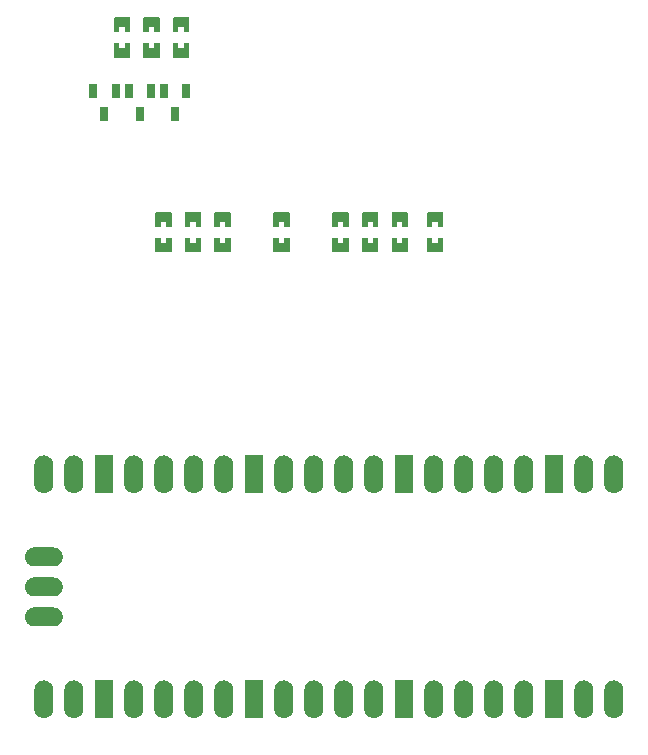
<source format=gbp>
G04 Layer: BottomPasteMaskLayer*
G04 EasyEDA v6.5.20, 2023-09-17 03:17:05*
G04 a67cddfb3fce44daa9051d46cbbcc19f,10*
G04 Gerber Generator version 0.2*
G04 Scale: 100 percent, Rotated: No, Reflected: No *
G04 Dimensions in millimeters *
G04 leading zeros omitted , absolute positions ,4 integer and 5 decimal *
%FSLAX45Y45*%
%MOMM*%

%AMMACRO1*21,1,$1,$2,0,0,$3*%
%AMMACRO2*4,1,4,-0.8,-1.5999,0.8,-1.5999,0.8,1.5999,-0.8,1.5999,-0.8,-1.5999,0*%
%AMMACRO3*4,1,4,-0.8001,-1.5999,0.8001,-1.5999,0.8001,1.5999,-0.8001,1.5999,-0.8001,-1.5999,0*%
%ADD10MACRO1,1.25X0.7X90.0000*%
%ADD11MACRO2*%
%ADD12MACRO3*%

%LPD*%
G36*
X5836005Y7319975D02*
G01*
X5830976Y7314996D01*
X5830976Y7199985D01*
X5836005Y7195007D01*
X5877001Y7194499D01*
X5877001Y7239508D01*
X5922010Y7239508D01*
X5922010Y7195464D01*
X5963970Y7195007D01*
X5969000Y7199985D01*
X5969000Y7314996D01*
X5963970Y7319975D01*
G37*
G36*
X5836005Y7104989D02*
G01*
X5830976Y7100011D01*
X5830976Y6985000D01*
X5836005Y6979970D01*
X5963970Y6979970D01*
X5969000Y6985000D01*
X5969000Y7100011D01*
X5963970Y7104989D01*
X5922010Y7104989D01*
X5922010Y7060488D01*
X5877001Y7060488D01*
X5877001Y7104481D01*
G37*
G36*
X5585968Y7319975D02*
G01*
X5580989Y7314996D01*
X5580989Y7199985D01*
X5585968Y7195007D01*
X5627014Y7194499D01*
X5627014Y7239508D01*
X5671972Y7239508D01*
X5671972Y7195464D01*
X5713984Y7195007D01*
X5719013Y7199985D01*
X5719013Y7314996D01*
X5713984Y7319975D01*
G37*
G36*
X5585968Y7104989D02*
G01*
X5580989Y7100011D01*
X5580989Y6985000D01*
X5585968Y6979970D01*
X5713984Y6979970D01*
X5719013Y6985000D01*
X5719013Y7100011D01*
X5713984Y7104989D01*
X5671972Y7104989D01*
X5671972Y7060488D01*
X5627014Y7060488D01*
X5627014Y7104481D01*
G37*
G36*
X6085992Y7319975D02*
G01*
X6080963Y7314996D01*
X6080963Y7199985D01*
X6085992Y7195007D01*
X6126988Y7194499D01*
X6126988Y7239508D01*
X6171996Y7239508D01*
X6171996Y7195464D01*
X6214008Y7195007D01*
X6218986Y7199985D01*
X6218986Y7314996D01*
X6214008Y7319975D01*
G37*
G36*
X6085992Y7104989D02*
G01*
X6080963Y7100011D01*
X6080963Y6985000D01*
X6085992Y6979970D01*
X6214008Y6979970D01*
X6218986Y6985000D01*
X6218986Y7100011D01*
X6214008Y7104989D01*
X6171996Y7104989D01*
X6171996Y7060488D01*
X6126988Y7060488D01*
X6126988Y7104481D01*
G37*
G36*
X6023000Y5455513D02*
G01*
X6023000Y5410504D01*
X5977991Y5410504D01*
X5977991Y5454497D01*
X5935980Y5455005D01*
X5931001Y5449976D01*
X5931001Y5334965D01*
X5935980Y5329986D01*
X6063996Y5329986D01*
X6068974Y5334965D01*
X6068974Y5449976D01*
X6063996Y5455005D01*
G37*
G36*
X5935980Y5669991D02*
G01*
X5931001Y5664962D01*
X5931001Y5550001D01*
X5935980Y5544972D01*
X5977991Y5544972D01*
X5977991Y5589473D01*
X6023000Y5589473D01*
X6023000Y5545480D01*
X6063996Y5544972D01*
X6068974Y5550001D01*
X6068974Y5664962D01*
X6063996Y5669991D01*
G37*
G36*
X6272936Y5455513D02*
G01*
X6272936Y5410504D01*
X6227927Y5410504D01*
X6227927Y5454497D01*
X6185916Y5455005D01*
X6180937Y5449976D01*
X6180937Y5334965D01*
X6185916Y5329986D01*
X6313932Y5329986D01*
X6318910Y5334965D01*
X6318910Y5449976D01*
X6313932Y5455005D01*
G37*
G36*
X6185916Y5669991D02*
G01*
X6180937Y5664962D01*
X6180937Y5550001D01*
X6185916Y5544972D01*
X6227927Y5544972D01*
X6227927Y5589473D01*
X6272936Y5589473D01*
X6272936Y5545480D01*
X6313932Y5544972D01*
X6318910Y5550001D01*
X6318910Y5664962D01*
X6313932Y5669991D01*
G37*
G36*
X6523126Y5455513D02*
G01*
X6523126Y5410504D01*
X6478117Y5410504D01*
X6478117Y5454497D01*
X6436106Y5455005D01*
X6431127Y5449976D01*
X6431127Y5334965D01*
X6436106Y5329986D01*
X6564122Y5329986D01*
X6569100Y5334965D01*
X6569100Y5449976D01*
X6564122Y5455005D01*
G37*
G36*
X6436106Y5669991D02*
G01*
X6431127Y5664962D01*
X6431127Y5550001D01*
X6436106Y5544972D01*
X6478117Y5544972D01*
X6478117Y5589473D01*
X6523126Y5589473D01*
X6523126Y5545480D01*
X6564122Y5544972D01*
X6569100Y5550001D01*
X6569100Y5664962D01*
X6564122Y5669991D01*
G37*
G36*
X7022998Y5455513D02*
G01*
X7022998Y5410504D01*
X6977989Y5410504D01*
X6977989Y5454497D01*
X6935978Y5455005D01*
X6930999Y5449976D01*
X6930999Y5334965D01*
X6935978Y5329986D01*
X7063994Y5329986D01*
X7068972Y5334965D01*
X7068972Y5449976D01*
X7063994Y5455005D01*
G37*
G36*
X6935978Y5669991D02*
G01*
X6930999Y5664962D01*
X6930999Y5550001D01*
X6935978Y5544972D01*
X6977989Y5544972D01*
X6977989Y5589473D01*
X7022998Y5589473D01*
X7022998Y5545480D01*
X7063994Y5544972D01*
X7068972Y5550001D01*
X7068972Y5664962D01*
X7063994Y5669991D01*
G37*
G36*
X7523124Y5455513D02*
G01*
X7523124Y5410504D01*
X7478115Y5410504D01*
X7478115Y5454497D01*
X7436103Y5455005D01*
X7431125Y5449976D01*
X7431125Y5334965D01*
X7436103Y5329986D01*
X7564120Y5329986D01*
X7569098Y5334965D01*
X7569098Y5449976D01*
X7564120Y5455005D01*
G37*
G36*
X7436103Y5669991D02*
G01*
X7431125Y5664962D01*
X7431125Y5550001D01*
X7436103Y5544972D01*
X7478115Y5544972D01*
X7478115Y5589473D01*
X7523124Y5589473D01*
X7523124Y5545480D01*
X7564120Y5544972D01*
X7569098Y5550001D01*
X7569098Y5664962D01*
X7564120Y5669991D01*
G37*
G36*
X7773060Y5455513D02*
G01*
X7773060Y5410504D01*
X7728051Y5410504D01*
X7728051Y5454497D01*
X7686040Y5455005D01*
X7681061Y5449976D01*
X7681061Y5334965D01*
X7686040Y5329986D01*
X7814056Y5329986D01*
X7819034Y5334965D01*
X7819034Y5449976D01*
X7814056Y5455005D01*
G37*
G36*
X7686040Y5669991D02*
G01*
X7681061Y5664962D01*
X7681061Y5550001D01*
X7686040Y5544972D01*
X7728051Y5544972D01*
X7728051Y5589473D01*
X7773060Y5589473D01*
X7773060Y5545480D01*
X7814056Y5544972D01*
X7819034Y5550001D01*
X7819034Y5664962D01*
X7814056Y5669991D01*
G37*
G36*
X8022996Y5455513D02*
G01*
X8022996Y5410504D01*
X7977987Y5410504D01*
X7977987Y5454497D01*
X7935975Y5455005D01*
X7930997Y5449976D01*
X7930997Y5334965D01*
X7935975Y5329986D01*
X8063992Y5329986D01*
X8068970Y5334965D01*
X8068970Y5449976D01*
X8063992Y5455005D01*
G37*
G36*
X7935975Y5669991D02*
G01*
X7930997Y5664962D01*
X7930997Y5550001D01*
X7935975Y5544972D01*
X7977987Y5544972D01*
X7977987Y5589473D01*
X8022996Y5589473D01*
X8022996Y5545480D01*
X8063992Y5544972D01*
X8068970Y5550001D01*
X8068970Y5664962D01*
X8063992Y5669991D01*
G37*
G36*
X8322970Y5455513D02*
G01*
X8322970Y5410504D01*
X8277961Y5410504D01*
X8277961Y5454497D01*
X8235950Y5455005D01*
X8230971Y5449976D01*
X8230971Y5334965D01*
X8235950Y5329986D01*
X8363966Y5329986D01*
X8368944Y5334965D01*
X8368944Y5449976D01*
X8363966Y5455005D01*
G37*
G36*
X8235950Y5669991D02*
G01*
X8230971Y5664962D01*
X8230971Y5550001D01*
X8235950Y5544972D01*
X8277961Y5544972D01*
X8277961Y5589473D01*
X8322970Y5589473D01*
X8322970Y5545480D01*
X8363966Y5544972D01*
X8368944Y5550001D01*
X8368944Y5664962D01*
X8363966Y5669991D01*
G37*
D10*
G01*
X6004991Y6699986D03*
G01*
X6194982Y6699986D03*
G01*
X6099986Y6499987D03*
G01*
X5704992Y6699986D03*
G01*
X5894983Y6699986D03*
G01*
X5799987Y6499987D03*
G01*
X5404993Y6699986D03*
G01*
X5594983Y6699986D03*
G01*
X5499987Y6499987D03*
G36*
X9732975Y3372485D02*
G01*
X9733559Y3362858D01*
X9735311Y3353358D01*
X9738182Y3344113D01*
X9742144Y3335324D01*
X9747148Y3327044D01*
X9753091Y3319449D01*
X9759924Y3312617D01*
X9767544Y3306648D01*
X9775799Y3301644D01*
X9784613Y3297681D01*
X9793833Y3294811D01*
X9803333Y3293084D01*
X9812985Y3292500D01*
X9822611Y3293084D01*
X9832136Y3294811D01*
X9841356Y3297681D01*
X9850170Y3301644D01*
X9858425Y3306648D01*
X9866020Y3312617D01*
X9872852Y3319449D01*
X9878822Y3327044D01*
X9883825Y3335324D01*
X9887788Y3344113D01*
X9890658Y3353358D01*
X9892385Y3362858D01*
X9892969Y3372485D01*
X9892969Y3532504D01*
X9892385Y3542131D01*
X9890658Y3551631D01*
X9887788Y3560851D01*
X9883825Y3569665D01*
X9878822Y3577945D01*
X9872852Y3585540D01*
X9866020Y3592372D01*
X9858425Y3598341D01*
X9850170Y3603320D01*
X9841356Y3607282D01*
X9832136Y3610178D01*
X9822611Y3611905D01*
X9812985Y3612489D01*
X9803333Y3611905D01*
X9793833Y3610178D01*
X9784613Y3607282D01*
X9775799Y3603320D01*
X9767544Y3598341D01*
X9759924Y3592372D01*
X9753091Y3585540D01*
X9747148Y3577945D01*
X9742144Y3569665D01*
X9738182Y3560851D01*
X9735311Y3551631D01*
X9733559Y3542131D01*
X9732975Y3532504D01*
G37*
G36*
X9478975Y3372485D02*
G01*
X9479559Y3362858D01*
X9481311Y3353358D01*
X9484182Y3344113D01*
X9488144Y3335324D01*
X9493148Y3327044D01*
X9499091Y3319449D01*
X9505924Y3312617D01*
X9513544Y3306648D01*
X9521799Y3301644D01*
X9530613Y3297681D01*
X9539833Y3294811D01*
X9549333Y3293084D01*
X9558985Y3292500D01*
X9568611Y3293084D01*
X9578136Y3294811D01*
X9587356Y3297681D01*
X9596170Y3301644D01*
X9604425Y3306648D01*
X9612020Y3312617D01*
X9618852Y3319449D01*
X9624822Y3327044D01*
X9629825Y3335324D01*
X9633788Y3344113D01*
X9636658Y3353358D01*
X9638385Y3362858D01*
X9638969Y3372485D01*
X9638969Y3532504D01*
X9638385Y3542131D01*
X9636658Y3551631D01*
X9633788Y3560851D01*
X9629825Y3569665D01*
X9624822Y3577945D01*
X9618852Y3585540D01*
X9612020Y3592372D01*
X9604425Y3598341D01*
X9596170Y3603320D01*
X9587356Y3607282D01*
X9578136Y3610178D01*
X9568611Y3611905D01*
X9558985Y3612489D01*
X9549333Y3611905D01*
X9539833Y3610178D01*
X9530613Y3607282D01*
X9521799Y3603320D01*
X9513544Y3598341D01*
X9505924Y3592372D01*
X9499091Y3585540D01*
X9493148Y3577945D01*
X9488144Y3569665D01*
X9484182Y3560851D01*
X9481311Y3551631D01*
X9479559Y3542131D01*
X9478975Y3532504D01*
G37*
D11*
G01*
X9304972Y3452495D03*
G36*
X8970975Y3372485D02*
G01*
X8971559Y3362858D01*
X8973311Y3353358D01*
X8976182Y3344113D01*
X8980144Y3335324D01*
X8985148Y3327044D01*
X8991091Y3319449D01*
X8997924Y3312617D01*
X9005544Y3306648D01*
X9013799Y3301644D01*
X9022613Y3297681D01*
X9031833Y3294811D01*
X9041333Y3293084D01*
X9050985Y3292500D01*
X9060637Y3293084D01*
X9070136Y3294811D01*
X9079356Y3297681D01*
X9088170Y3301644D01*
X9096425Y3306648D01*
X9104020Y3312617D01*
X9110852Y3319449D01*
X9116822Y3327044D01*
X9121825Y3335324D01*
X9125788Y3344113D01*
X9128658Y3353358D01*
X9130411Y3362858D01*
X9130969Y3372485D01*
X9130969Y3532504D01*
X9130411Y3542131D01*
X9128658Y3551631D01*
X9125788Y3560851D01*
X9121825Y3569665D01*
X9116822Y3577945D01*
X9110852Y3585540D01*
X9104020Y3592372D01*
X9096425Y3598341D01*
X9088170Y3603320D01*
X9079356Y3607282D01*
X9070136Y3610178D01*
X9060637Y3611905D01*
X9050985Y3612489D01*
X9041333Y3611905D01*
X9031833Y3610178D01*
X9022613Y3607282D01*
X9013799Y3603320D01*
X9005544Y3598341D01*
X8997924Y3592372D01*
X8991091Y3585540D01*
X8985148Y3577945D01*
X8980144Y3569665D01*
X8976182Y3560851D01*
X8973311Y3551631D01*
X8971559Y3542131D01*
X8970975Y3532504D01*
G37*
G36*
X8716975Y3372485D02*
G01*
X8717559Y3362858D01*
X8719311Y3353358D01*
X8722182Y3344113D01*
X8726144Y3335324D01*
X8731148Y3327044D01*
X8737091Y3319449D01*
X8743924Y3312617D01*
X8751544Y3306648D01*
X8759799Y3301644D01*
X8768613Y3297681D01*
X8777833Y3294811D01*
X8787333Y3293084D01*
X8796985Y3292500D01*
X8806637Y3293084D01*
X8816136Y3294811D01*
X8825356Y3297681D01*
X8834170Y3301644D01*
X8842425Y3306648D01*
X8850020Y3312617D01*
X8856852Y3319449D01*
X8862822Y3327044D01*
X8867825Y3335324D01*
X8871788Y3344113D01*
X8874658Y3353358D01*
X8876411Y3362858D01*
X8876969Y3372485D01*
X8876969Y3532504D01*
X8876411Y3542131D01*
X8874658Y3551631D01*
X8871788Y3560851D01*
X8867825Y3569665D01*
X8862822Y3577945D01*
X8856852Y3585540D01*
X8850020Y3592372D01*
X8842425Y3598341D01*
X8834170Y3603320D01*
X8825356Y3607282D01*
X8816136Y3610178D01*
X8806637Y3611905D01*
X8796985Y3612489D01*
X8787333Y3611905D01*
X8777833Y3610178D01*
X8768613Y3607282D01*
X8759799Y3603320D01*
X8751544Y3598341D01*
X8743924Y3592372D01*
X8737091Y3585540D01*
X8731148Y3577945D01*
X8726144Y3569665D01*
X8722182Y3560851D01*
X8719311Y3551631D01*
X8717559Y3542131D01*
X8716975Y3532504D01*
G37*
G36*
X8462975Y3372485D02*
G01*
X8463559Y3362858D01*
X8465311Y3353358D01*
X8468182Y3344113D01*
X8472144Y3335324D01*
X8477148Y3327044D01*
X8483091Y3319449D01*
X8489924Y3312617D01*
X8497544Y3306648D01*
X8505799Y3301644D01*
X8514613Y3297681D01*
X8523833Y3294811D01*
X8533333Y3293084D01*
X8542985Y3292500D01*
X8552637Y3293084D01*
X8562136Y3294811D01*
X8571356Y3297681D01*
X8580170Y3301644D01*
X8588425Y3306648D01*
X8596020Y3312617D01*
X8602852Y3319449D01*
X8608822Y3327044D01*
X8613825Y3335324D01*
X8617788Y3344113D01*
X8620658Y3353358D01*
X8622411Y3362858D01*
X8622995Y3372485D01*
X8622995Y3532504D01*
X8622411Y3542131D01*
X8620658Y3551631D01*
X8617788Y3560851D01*
X8613825Y3569665D01*
X8608822Y3577945D01*
X8602852Y3585540D01*
X8596020Y3592372D01*
X8588425Y3598341D01*
X8580170Y3603320D01*
X8571356Y3607282D01*
X8562136Y3610178D01*
X8552637Y3611905D01*
X8542985Y3612489D01*
X8533333Y3611905D01*
X8523833Y3610178D01*
X8514613Y3607282D01*
X8505799Y3603320D01*
X8497544Y3598341D01*
X8489924Y3592372D01*
X8483091Y3585540D01*
X8477148Y3577945D01*
X8472144Y3569665D01*
X8468182Y3560851D01*
X8465311Y3551631D01*
X8463559Y3542131D01*
X8462975Y3532504D01*
G37*
G36*
X8208975Y3372485D02*
G01*
X8209559Y3362858D01*
X8211311Y3353358D01*
X8214182Y3344113D01*
X8218144Y3335324D01*
X8223148Y3327044D01*
X8229091Y3319449D01*
X8235924Y3312617D01*
X8243544Y3306648D01*
X8251799Y3301644D01*
X8260613Y3297681D01*
X8269833Y3294811D01*
X8279333Y3293084D01*
X8288985Y3292500D01*
X8298637Y3293084D01*
X8308136Y3294811D01*
X8317356Y3297681D01*
X8326170Y3301644D01*
X8334425Y3306648D01*
X8342045Y3312617D01*
X8348852Y3319449D01*
X8354822Y3327044D01*
X8359825Y3335324D01*
X8363788Y3344113D01*
X8366658Y3353358D01*
X8368411Y3362858D01*
X8368995Y3372485D01*
X8368995Y3532504D01*
X8368411Y3542131D01*
X8366658Y3551631D01*
X8363788Y3560851D01*
X8359825Y3569665D01*
X8354822Y3577945D01*
X8348852Y3585540D01*
X8342045Y3592372D01*
X8334425Y3598341D01*
X8326170Y3603320D01*
X8317356Y3607282D01*
X8308136Y3610178D01*
X8298637Y3611905D01*
X8288985Y3612489D01*
X8279333Y3611905D01*
X8269833Y3610178D01*
X8260613Y3607282D01*
X8251799Y3603320D01*
X8243544Y3598341D01*
X8235924Y3592372D01*
X8229091Y3585540D01*
X8223148Y3577945D01*
X8218144Y3569665D01*
X8214182Y3560851D01*
X8211311Y3551631D01*
X8209559Y3542131D01*
X8208975Y3532504D01*
G37*
D12*
G01*
X8034985Y3452495D03*
G36*
X7700975Y3372485D02*
G01*
X7701559Y3362858D01*
X7703311Y3353358D01*
X7706182Y3344113D01*
X7710144Y3335324D01*
X7715148Y3327044D01*
X7721091Y3319449D01*
X7727924Y3312617D01*
X7735544Y3306648D01*
X7743799Y3301644D01*
X7752613Y3297681D01*
X7761833Y3294811D01*
X7771333Y3293084D01*
X7780985Y3292500D01*
X7790637Y3293084D01*
X7800136Y3294811D01*
X7809356Y3297681D01*
X7818170Y3301644D01*
X7826425Y3306648D01*
X7834045Y3312617D01*
X7840852Y3319449D01*
X7846822Y3327044D01*
X7851825Y3335324D01*
X7855788Y3344113D01*
X7858658Y3353358D01*
X7860411Y3362858D01*
X7860995Y3372485D01*
X7860995Y3532504D01*
X7860411Y3542131D01*
X7858658Y3551631D01*
X7855788Y3560851D01*
X7851825Y3569665D01*
X7846822Y3577945D01*
X7840852Y3585540D01*
X7834045Y3592372D01*
X7826425Y3598341D01*
X7818170Y3603320D01*
X7809356Y3607282D01*
X7800136Y3610178D01*
X7790637Y3611905D01*
X7780985Y3612489D01*
X7771333Y3611905D01*
X7761833Y3610178D01*
X7752613Y3607282D01*
X7743799Y3603320D01*
X7735544Y3598341D01*
X7727924Y3592372D01*
X7721091Y3585540D01*
X7715148Y3577945D01*
X7710144Y3569665D01*
X7706182Y3560851D01*
X7703311Y3551631D01*
X7701559Y3542131D01*
X7700975Y3532504D01*
G37*
G36*
X7446975Y3372485D02*
G01*
X7447559Y3362858D01*
X7449311Y3353358D01*
X7452182Y3344113D01*
X7456144Y3335324D01*
X7461148Y3327044D01*
X7467091Y3319449D01*
X7473924Y3312617D01*
X7481544Y3306648D01*
X7489799Y3301644D01*
X7498613Y3297681D01*
X7507833Y3294811D01*
X7517333Y3293084D01*
X7526985Y3292500D01*
X7536637Y3293084D01*
X7546136Y3294811D01*
X7555356Y3297681D01*
X7564170Y3301644D01*
X7572425Y3306648D01*
X7580045Y3312617D01*
X7586852Y3319449D01*
X7592822Y3327044D01*
X7597825Y3335324D01*
X7601788Y3344113D01*
X7604658Y3353358D01*
X7606411Y3362858D01*
X7606995Y3372485D01*
X7606995Y3532504D01*
X7606411Y3542131D01*
X7604658Y3551631D01*
X7601788Y3560851D01*
X7597825Y3569665D01*
X7592822Y3577945D01*
X7586852Y3585540D01*
X7580045Y3592372D01*
X7572425Y3598341D01*
X7564170Y3603320D01*
X7555356Y3607282D01*
X7546136Y3610178D01*
X7536637Y3611905D01*
X7526985Y3612489D01*
X7517333Y3611905D01*
X7507833Y3610178D01*
X7498613Y3607282D01*
X7489799Y3603320D01*
X7481544Y3598341D01*
X7473924Y3592372D01*
X7467091Y3585540D01*
X7461148Y3577945D01*
X7456144Y3569665D01*
X7452182Y3560851D01*
X7449311Y3551631D01*
X7447559Y3542131D01*
X7446975Y3532504D01*
G37*
G36*
X7192975Y3372485D02*
G01*
X7193559Y3362858D01*
X7195311Y3353358D01*
X7198182Y3344113D01*
X7202144Y3335324D01*
X7207148Y3327044D01*
X7213117Y3319449D01*
X7219924Y3312617D01*
X7227544Y3306648D01*
X7235799Y3301644D01*
X7244613Y3297681D01*
X7253833Y3294811D01*
X7263333Y3293084D01*
X7272985Y3292500D01*
X7282637Y3293084D01*
X7292136Y3294811D01*
X7301356Y3297681D01*
X7310170Y3301644D01*
X7318425Y3306648D01*
X7326045Y3312617D01*
X7332878Y3319449D01*
X7338822Y3327044D01*
X7343825Y3335324D01*
X7347788Y3344113D01*
X7350658Y3353358D01*
X7352411Y3362858D01*
X7352995Y3372485D01*
X7352995Y3532504D01*
X7352411Y3542131D01*
X7350658Y3551631D01*
X7347788Y3560851D01*
X7343825Y3569665D01*
X7338822Y3577945D01*
X7332878Y3585540D01*
X7326045Y3592372D01*
X7318425Y3598341D01*
X7310170Y3603320D01*
X7301356Y3607282D01*
X7292136Y3610178D01*
X7282637Y3611905D01*
X7272985Y3612489D01*
X7263333Y3611905D01*
X7253833Y3610178D01*
X7244613Y3607282D01*
X7235799Y3603320D01*
X7227544Y3598341D01*
X7219924Y3592372D01*
X7213117Y3585540D01*
X7207148Y3577945D01*
X7202144Y3569665D01*
X7198182Y3560851D01*
X7195311Y3551631D01*
X7193559Y3542131D01*
X7192975Y3532504D01*
G37*
G36*
X6938975Y3372485D02*
G01*
X6939559Y3362858D01*
X6941311Y3353358D01*
X6944182Y3344113D01*
X6948144Y3335324D01*
X6953148Y3327044D01*
X6959117Y3319449D01*
X6965924Y3312617D01*
X6973544Y3306648D01*
X6981799Y3301644D01*
X6990613Y3297681D01*
X6999833Y3294811D01*
X7009333Y3293084D01*
X7018985Y3292500D01*
X7028637Y3293084D01*
X7038136Y3294811D01*
X7047356Y3297681D01*
X7056170Y3301644D01*
X7064425Y3306648D01*
X7072045Y3312617D01*
X7078878Y3319449D01*
X7084822Y3327044D01*
X7089825Y3335324D01*
X7093788Y3344113D01*
X7096658Y3353358D01*
X7098411Y3362858D01*
X7098995Y3372485D01*
X7098995Y3532504D01*
X7098411Y3542131D01*
X7096658Y3551631D01*
X7093788Y3560851D01*
X7089825Y3569665D01*
X7084822Y3577945D01*
X7078878Y3585540D01*
X7072045Y3592372D01*
X7064425Y3598341D01*
X7056170Y3603320D01*
X7047356Y3607282D01*
X7038136Y3610178D01*
X7028637Y3611905D01*
X7018985Y3612489D01*
X7009333Y3611905D01*
X6999833Y3610178D01*
X6990613Y3607282D01*
X6981799Y3603320D01*
X6973544Y3598341D01*
X6965924Y3592372D01*
X6959117Y3585540D01*
X6953148Y3577945D01*
X6948144Y3569665D01*
X6944182Y3560851D01*
X6941311Y3551631D01*
X6939559Y3542131D01*
X6938975Y3532504D01*
G37*
G01*
X6764985Y3452495D03*
G36*
X6430975Y3372485D02*
G01*
X6431559Y3362858D01*
X6433311Y3353358D01*
X6436182Y3344113D01*
X6440144Y3335324D01*
X6445148Y3327044D01*
X6451117Y3319449D01*
X6457924Y3312617D01*
X6465544Y3306648D01*
X6473799Y3301644D01*
X6482613Y3297681D01*
X6491833Y3294811D01*
X6501333Y3293084D01*
X6510985Y3292500D01*
X6520637Y3293084D01*
X6530136Y3294811D01*
X6539356Y3297681D01*
X6548170Y3301644D01*
X6556425Y3306648D01*
X6564045Y3312617D01*
X6570878Y3319449D01*
X6576822Y3327044D01*
X6581825Y3335324D01*
X6585788Y3344113D01*
X6588658Y3353358D01*
X6590411Y3362858D01*
X6590995Y3372485D01*
X6590995Y3532504D01*
X6590411Y3542131D01*
X6588658Y3551631D01*
X6585788Y3560851D01*
X6581825Y3569665D01*
X6576822Y3577945D01*
X6570878Y3585540D01*
X6564045Y3592372D01*
X6556425Y3598341D01*
X6548170Y3603320D01*
X6539356Y3607282D01*
X6530136Y3610178D01*
X6520637Y3611905D01*
X6510985Y3612489D01*
X6501333Y3611905D01*
X6491833Y3610178D01*
X6482613Y3607282D01*
X6473799Y3603320D01*
X6465544Y3598341D01*
X6457924Y3592372D01*
X6451117Y3585540D01*
X6445148Y3577945D01*
X6440144Y3569665D01*
X6436182Y3560851D01*
X6433311Y3551631D01*
X6431559Y3542131D01*
X6430975Y3532504D01*
G37*
G36*
X6176975Y3372485D02*
G01*
X6177559Y3362858D01*
X6179311Y3353358D01*
X6182182Y3344113D01*
X6186144Y3335324D01*
X6191148Y3327044D01*
X6197117Y3319449D01*
X6203950Y3312617D01*
X6211544Y3306648D01*
X6219799Y3301644D01*
X6228613Y3297681D01*
X6237833Y3294811D01*
X6247333Y3293084D01*
X6256985Y3292500D01*
X6266637Y3293084D01*
X6276136Y3294811D01*
X6285356Y3297681D01*
X6294170Y3301644D01*
X6302425Y3306648D01*
X6310045Y3312617D01*
X6316878Y3319449D01*
X6322822Y3327044D01*
X6327825Y3335324D01*
X6331788Y3344113D01*
X6334658Y3353358D01*
X6336411Y3362858D01*
X6336995Y3372485D01*
X6336995Y3532504D01*
X6336411Y3542131D01*
X6334658Y3551631D01*
X6331788Y3560851D01*
X6327825Y3569665D01*
X6322822Y3577945D01*
X6316878Y3585540D01*
X6310045Y3592372D01*
X6302425Y3598341D01*
X6294170Y3603320D01*
X6285356Y3607282D01*
X6276136Y3610178D01*
X6266637Y3611905D01*
X6256985Y3612489D01*
X6247333Y3611905D01*
X6237833Y3610178D01*
X6228613Y3607282D01*
X6219799Y3603320D01*
X6211544Y3598341D01*
X6203950Y3592372D01*
X6197117Y3585540D01*
X6191148Y3577945D01*
X6186144Y3569665D01*
X6182182Y3560851D01*
X6179311Y3551631D01*
X6177559Y3542131D01*
X6176975Y3532504D01*
G37*
G36*
X5923000Y3372485D02*
G01*
X5923559Y3362858D01*
X5925311Y3353358D01*
X5928182Y3344113D01*
X5932144Y3335324D01*
X5937148Y3327044D01*
X5943117Y3319449D01*
X5949950Y3312617D01*
X5957544Y3306648D01*
X5965799Y3301644D01*
X5974613Y3297681D01*
X5983833Y3294811D01*
X5993333Y3293084D01*
X6002985Y3292500D01*
X6012637Y3293084D01*
X6022136Y3294811D01*
X6031356Y3297681D01*
X6040170Y3301644D01*
X6048425Y3306648D01*
X6056045Y3312617D01*
X6062878Y3319449D01*
X6068822Y3327044D01*
X6073825Y3335324D01*
X6077788Y3344113D01*
X6080658Y3353358D01*
X6082411Y3362858D01*
X6082995Y3372485D01*
X6082995Y3532504D01*
X6082411Y3542131D01*
X6080658Y3551631D01*
X6077788Y3560851D01*
X6073825Y3569665D01*
X6068822Y3577945D01*
X6062878Y3585540D01*
X6056045Y3592372D01*
X6048425Y3598341D01*
X6040170Y3603320D01*
X6031356Y3607282D01*
X6022136Y3610178D01*
X6012637Y3611905D01*
X6002985Y3612489D01*
X5993333Y3611905D01*
X5983833Y3610178D01*
X5974613Y3607282D01*
X5965799Y3603320D01*
X5957544Y3598341D01*
X5949950Y3592372D01*
X5943117Y3585540D01*
X5937148Y3577945D01*
X5932144Y3569665D01*
X5928182Y3560851D01*
X5925311Y3551631D01*
X5923559Y3542131D01*
X5923000Y3532504D01*
G37*
G36*
X5669000Y3372485D02*
G01*
X5669559Y3362858D01*
X5671311Y3353358D01*
X5674182Y3344113D01*
X5678144Y3335324D01*
X5683148Y3327044D01*
X5689117Y3319449D01*
X5695950Y3312617D01*
X5703544Y3306648D01*
X5711799Y3301644D01*
X5720613Y3297681D01*
X5729833Y3294811D01*
X5739333Y3293084D01*
X5748985Y3292500D01*
X5758637Y3293084D01*
X5768136Y3294811D01*
X5777356Y3297681D01*
X5786170Y3301644D01*
X5794425Y3306648D01*
X5802045Y3312617D01*
X5808878Y3319449D01*
X5814822Y3327044D01*
X5819825Y3335324D01*
X5823788Y3344113D01*
X5826658Y3353358D01*
X5828411Y3362858D01*
X5828995Y3372485D01*
X5828995Y3532504D01*
X5828411Y3542131D01*
X5826658Y3551631D01*
X5823788Y3560851D01*
X5819825Y3569665D01*
X5814822Y3577945D01*
X5808878Y3585540D01*
X5802045Y3592372D01*
X5794425Y3598341D01*
X5786170Y3603320D01*
X5777356Y3607282D01*
X5768136Y3610178D01*
X5758637Y3611905D01*
X5748985Y3612489D01*
X5739333Y3611905D01*
X5729833Y3610178D01*
X5720613Y3607282D01*
X5711799Y3603320D01*
X5703544Y3598341D01*
X5695950Y3592372D01*
X5689117Y3585540D01*
X5683148Y3577945D01*
X5678144Y3569665D01*
X5674182Y3560851D01*
X5671311Y3551631D01*
X5669559Y3542131D01*
X5669000Y3532504D01*
G37*
D11*
G01*
X5494997Y3452495D03*
G36*
X5161000Y3372485D02*
G01*
X5161584Y3362858D01*
X5163311Y3353358D01*
X5166182Y3344113D01*
X5170144Y3335324D01*
X5175148Y3327044D01*
X5181117Y3319449D01*
X5187950Y3312617D01*
X5195544Y3306648D01*
X5203799Y3301644D01*
X5212613Y3297681D01*
X5221833Y3294811D01*
X5231358Y3293084D01*
X5240985Y3292500D01*
X5250637Y3293084D01*
X5260136Y3294811D01*
X5269356Y3297681D01*
X5278170Y3301644D01*
X5286425Y3306648D01*
X5294045Y3312617D01*
X5300878Y3319449D01*
X5306822Y3327044D01*
X5311825Y3335324D01*
X5315788Y3344113D01*
X5318658Y3353358D01*
X5320411Y3362858D01*
X5320995Y3372485D01*
X5320995Y3532504D01*
X5320411Y3542131D01*
X5318658Y3551631D01*
X5315788Y3560851D01*
X5311825Y3569665D01*
X5306822Y3577945D01*
X5300878Y3585540D01*
X5294045Y3592372D01*
X5286425Y3598341D01*
X5278170Y3603320D01*
X5269356Y3607282D01*
X5260136Y3610178D01*
X5250637Y3611905D01*
X5240985Y3612489D01*
X5231358Y3611905D01*
X5221833Y3610178D01*
X5212613Y3607282D01*
X5203799Y3603320D01*
X5195544Y3598341D01*
X5187950Y3592372D01*
X5181117Y3585540D01*
X5175148Y3577945D01*
X5170144Y3569665D01*
X5166182Y3560851D01*
X5163311Y3551631D01*
X5161584Y3542131D01*
X5161000Y3532504D01*
G37*
G36*
X4907000Y3372485D02*
G01*
X4907584Y3362858D01*
X4909311Y3353358D01*
X4912182Y3344113D01*
X4916144Y3335324D01*
X4921148Y3327044D01*
X4927117Y3319449D01*
X4933950Y3312617D01*
X4941544Y3306648D01*
X4949799Y3301644D01*
X4958613Y3297681D01*
X4967833Y3294811D01*
X4977358Y3293084D01*
X4986985Y3292500D01*
X4996637Y3293084D01*
X5006136Y3294811D01*
X5015356Y3297681D01*
X5024170Y3301644D01*
X5032425Y3306648D01*
X5040045Y3312617D01*
X5046878Y3319449D01*
X5052822Y3327044D01*
X5057825Y3335324D01*
X5061788Y3344113D01*
X5064658Y3353358D01*
X5066411Y3362858D01*
X5066995Y3372485D01*
X5066995Y3532504D01*
X5066411Y3542131D01*
X5064658Y3551631D01*
X5061788Y3560851D01*
X5057825Y3569665D01*
X5052822Y3577945D01*
X5046878Y3585540D01*
X5040045Y3592372D01*
X5032425Y3598341D01*
X5024170Y3603320D01*
X5015356Y3607282D01*
X5006136Y3610178D01*
X4996637Y3611905D01*
X4986985Y3612489D01*
X4977358Y3611905D01*
X4967833Y3610178D01*
X4958613Y3607282D01*
X4949799Y3603320D01*
X4941544Y3598341D01*
X4933950Y3592372D01*
X4927117Y3585540D01*
X4921148Y3577945D01*
X4916144Y3569665D01*
X4912182Y3560851D01*
X4909311Y3551631D01*
X4907584Y3542131D01*
X4907000Y3532504D01*
G37*
G36*
X4907000Y1467485D02*
G01*
X4907584Y1457858D01*
X4909311Y1448358D01*
X4912182Y1439138D01*
X4916144Y1430324D01*
X4921148Y1422044D01*
X4927117Y1414449D01*
X4933950Y1407617D01*
X4941544Y1401648D01*
X4949799Y1396669D01*
X4958613Y1392707D01*
X4967833Y1389811D01*
X4977358Y1388084D01*
X4986985Y1387500D01*
X4996637Y1388084D01*
X5006136Y1389811D01*
X5015356Y1392707D01*
X5024170Y1396669D01*
X5032425Y1401648D01*
X5040045Y1407617D01*
X5046878Y1414449D01*
X5052822Y1422044D01*
X5057825Y1430324D01*
X5061788Y1439138D01*
X5064658Y1448358D01*
X5066411Y1457858D01*
X5066995Y1467485D01*
X5066995Y1627504D01*
X5066411Y1637131D01*
X5064658Y1646631D01*
X5061788Y1655876D01*
X5057825Y1664665D01*
X5052822Y1672945D01*
X5046878Y1680540D01*
X5040045Y1687372D01*
X5032425Y1693341D01*
X5024170Y1698345D01*
X5015356Y1702307D01*
X5006136Y1705178D01*
X4996637Y1706905D01*
X4986985Y1707489D01*
X4977358Y1706905D01*
X4967833Y1705178D01*
X4958613Y1702307D01*
X4949799Y1698345D01*
X4941544Y1693341D01*
X4933950Y1687372D01*
X4927117Y1680540D01*
X4921148Y1672945D01*
X4916144Y1664665D01*
X4912182Y1655876D01*
X4909311Y1646631D01*
X4907584Y1637131D01*
X4907000Y1627504D01*
G37*
G36*
X5161000Y1467485D02*
G01*
X5161584Y1457858D01*
X5163311Y1448358D01*
X5166182Y1439138D01*
X5170144Y1430324D01*
X5175148Y1422044D01*
X5181117Y1414449D01*
X5187950Y1407617D01*
X5195544Y1401648D01*
X5203799Y1396669D01*
X5212613Y1392707D01*
X5221833Y1389811D01*
X5231358Y1388084D01*
X5240985Y1387500D01*
X5250637Y1388084D01*
X5260136Y1389811D01*
X5269356Y1392707D01*
X5278170Y1396669D01*
X5286425Y1401648D01*
X5294045Y1407617D01*
X5300878Y1414449D01*
X5306822Y1422044D01*
X5311825Y1430324D01*
X5315788Y1439138D01*
X5318658Y1448358D01*
X5320411Y1457858D01*
X5320995Y1467485D01*
X5320995Y1627504D01*
X5320411Y1637131D01*
X5318658Y1646631D01*
X5315788Y1655876D01*
X5311825Y1664665D01*
X5306822Y1672945D01*
X5300878Y1680540D01*
X5294045Y1687372D01*
X5286425Y1693341D01*
X5278170Y1698345D01*
X5269356Y1702307D01*
X5260136Y1705178D01*
X5250637Y1706905D01*
X5240985Y1707489D01*
X5231358Y1706905D01*
X5221833Y1705178D01*
X5212613Y1702307D01*
X5203799Y1698345D01*
X5195544Y1693341D01*
X5187950Y1687372D01*
X5181117Y1680540D01*
X5175148Y1672945D01*
X5170144Y1664665D01*
X5166182Y1655876D01*
X5163311Y1646631D01*
X5161584Y1637131D01*
X5161000Y1627504D01*
G37*
G01*
X5494997Y1547495D03*
G36*
X5669000Y1467485D02*
G01*
X5669559Y1457858D01*
X5671311Y1448358D01*
X5674182Y1439138D01*
X5678144Y1430324D01*
X5683148Y1422044D01*
X5689117Y1414449D01*
X5695950Y1407617D01*
X5703544Y1401648D01*
X5711799Y1396669D01*
X5720613Y1392707D01*
X5729833Y1389811D01*
X5739333Y1388084D01*
X5748985Y1387500D01*
X5758637Y1388084D01*
X5768136Y1389811D01*
X5777356Y1392707D01*
X5786170Y1396669D01*
X5794425Y1401648D01*
X5802045Y1407617D01*
X5808878Y1414449D01*
X5814822Y1422044D01*
X5819825Y1430324D01*
X5823788Y1439138D01*
X5826658Y1448358D01*
X5828411Y1457858D01*
X5828995Y1467485D01*
X5828995Y1627504D01*
X5828411Y1637131D01*
X5826658Y1646631D01*
X5823788Y1655876D01*
X5819825Y1664665D01*
X5814822Y1672945D01*
X5808878Y1680540D01*
X5802045Y1687372D01*
X5794425Y1693341D01*
X5786170Y1698345D01*
X5777356Y1702307D01*
X5768136Y1705178D01*
X5758637Y1706905D01*
X5748985Y1707489D01*
X5739333Y1706905D01*
X5729833Y1705178D01*
X5720613Y1702307D01*
X5711799Y1698345D01*
X5703544Y1693341D01*
X5695950Y1687372D01*
X5689117Y1680540D01*
X5683148Y1672945D01*
X5678144Y1664665D01*
X5674182Y1655876D01*
X5671311Y1646631D01*
X5669559Y1637131D01*
X5669000Y1627504D01*
G37*
G36*
X5923000Y1467485D02*
G01*
X5923559Y1457858D01*
X5925311Y1448358D01*
X5928182Y1439138D01*
X5932144Y1430324D01*
X5937148Y1422044D01*
X5943117Y1414449D01*
X5949950Y1407617D01*
X5957544Y1401648D01*
X5965799Y1396669D01*
X5974613Y1392707D01*
X5983833Y1389811D01*
X5993333Y1388084D01*
X6002985Y1387500D01*
X6012637Y1388084D01*
X6022136Y1389811D01*
X6031356Y1392707D01*
X6040170Y1396669D01*
X6048425Y1401648D01*
X6056045Y1407617D01*
X6062878Y1414449D01*
X6068822Y1422044D01*
X6073825Y1430324D01*
X6077788Y1439138D01*
X6080658Y1448358D01*
X6082411Y1457858D01*
X6082995Y1467485D01*
X6082995Y1627504D01*
X6082411Y1637131D01*
X6080658Y1646631D01*
X6077788Y1655876D01*
X6073825Y1664665D01*
X6068822Y1672945D01*
X6062878Y1680540D01*
X6056045Y1687372D01*
X6048425Y1693341D01*
X6040170Y1698345D01*
X6031356Y1702307D01*
X6022136Y1705178D01*
X6012637Y1706905D01*
X6002985Y1707489D01*
X5993333Y1706905D01*
X5983833Y1705178D01*
X5974613Y1702307D01*
X5965799Y1698345D01*
X5957544Y1693341D01*
X5949950Y1687372D01*
X5943117Y1680540D01*
X5937148Y1672945D01*
X5932144Y1664665D01*
X5928182Y1655876D01*
X5925311Y1646631D01*
X5923559Y1637131D01*
X5923000Y1627504D01*
G37*
G36*
X6176975Y1467485D02*
G01*
X6177559Y1457858D01*
X6179311Y1448358D01*
X6182182Y1439138D01*
X6186144Y1430324D01*
X6191148Y1422044D01*
X6197117Y1414449D01*
X6203950Y1407617D01*
X6211544Y1401648D01*
X6219799Y1396669D01*
X6228613Y1392707D01*
X6237833Y1389811D01*
X6247333Y1388084D01*
X6256985Y1387500D01*
X6266637Y1388084D01*
X6276136Y1389811D01*
X6285356Y1392707D01*
X6294170Y1396669D01*
X6302425Y1401648D01*
X6310045Y1407617D01*
X6316878Y1414449D01*
X6322822Y1422044D01*
X6327825Y1430324D01*
X6331788Y1439138D01*
X6334658Y1448358D01*
X6336411Y1457858D01*
X6336995Y1467485D01*
X6336995Y1627504D01*
X6336411Y1637131D01*
X6334658Y1646631D01*
X6331788Y1655876D01*
X6327825Y1664665D01*
X6322822Y1672945D01*
X6316878Y1680540D01*
X6310045Y1687372D01*
X6302425Y1693341D01*
X6294170Y1698345D01*
X6285356Y1702307D01*
X6276136Y1705178D01*
X6266637Y1706905D01*
X6256985Y1707489D01*
X6247333Y1706905D01*
X6237833Y1705178D01*
X6228613Y1702307D01*
X6219799Y1698345D01*
X6211544Y1693341D01*
X6203950Y1687372D01*
X6197117Y1680540D01*
X6191148Y1672945D01*
X6186144Y1664665D01*
X6182182Y1655876D01*
X6179311Y1646631D01*
X6177559Y1637131D01*
X6176975Y1627504D01*
G37*
G36*
X6430975Y1467485D02*
G01*
X6431559Y1457858D01*
X6433311Y1448358D01*
X6436182Y1439138D01*
X6440144Y1430324D01*
X6445148Y1422044D01*
X6451117Y1414449D01*
X6457924Y1407617D01*
X6465544Y1401648D01*
X6473799Y1396669D01*
X6482613Y1392707D01*
X6491833Y1389811D01*
X6501333Y1388084D01*
X6510985Y1387500D01*
X6520637Y1388084D01*
X6530136Y1389811D01*
X6539356Y1392707D01*
X6548170Y1396669D01*
X6556425Y1401648D01*
X6564045Y1407617D01*
X6570878Y1414449D01*
X6576822Y1422044D01*
X6581825Y1430324D01*
X6585788Y1439138D01*
X6588658Y1448358D01*
X6590411Y1457858D01*
X6590995Y1467485D01*
X6590995Y1627504D01*
X6590411Y1637131D01*
X6588658Y1646631D01*
X6585788Y1655876D01*
X6581825Y1664665D01*
X6576822Y1672945D01*
X6570878Y1680540D01*
X6564045Y1687372D01*
X6556425Y1693341D01*
X6548170Y1698345D01*
X6539356Y1702307D01*
X6530136Y1705178D01*
X6520637Y1706905D01*
X6510985Y1707489D01*
X6501333Y1706905D01*
X6491833Y1705178D01*
X6482613Y1702307D01*
X6473799Y1698345D01*
X6465544Y1693341D01*
X6457924Y1687372D01*
X6451117Y1680540D01*
X6445148Y1672945D01*
X6440144Y1664665D01*
X6436182Y1655876D01*
X6433311Y1646631D01*
X6431559Y1637131D01*
X6430975Y1627504D01*
G37*
D12*
G01*
X6764985Y1547495D03*
G36*
X6938975Y1467485D02*
G01*
X6939559Y1457858D01*
X6941311Y1448358D01*
X6944182Y1439138D01*
X6948144Y1430324D01*
X6953148Y1422044D01*
X6959117Y1414449D01*
X6965924Y1407617D01*
X6973544Y1401648D01*
X6981799Y1396669D01*
X6990613Y1392707D01*
X6999833Y1389811D01*
X7009333Y1388084D01*
X7018985Y1387500D01*
X7028637Y1388084D01*
X7038136Y1389811D01*
X7047356Y1392707D01*
X7056170Y1396669D01*
X7064425Y1401648D01*
X7072045Y1407617D01*
X7078878Y1414449D01*
X7084822Y1422044D01*
X7089825Y1430324D01*
X7093788Y1439138D01*
X7096658Y1448358D01*
X7098411Y1457858D01*
X7098995Y1467485D01*
X7098995Y1627504D01*
X7098411Y1637131D01*
X7096658Y1646631D01*
X7093788Y1655876D01*
X7089825Y1664665D01*
X7084822Y1672945D01*
X7078878Y1680540D01*
X7072045Y1687372D01*
X7064425Y1693341D01*
X7056170Y1698345D01*
X7047356Y1702307D01*
X7038136Y1705178D01*
X7028637Y1706905D01*
X7018985Y1707489D01*
X7009333Y1706905D01*
X6999833Y1705178D01*
X6990613Y1702307D01*
X6981799Y1698345D01*
X6973544Y1693341D01*
X6965924Y1687372D01*
X6959117Y1680540D01*
X6953148Y1672945D01*
X6948144Y1664665D01*
X6944182Y1655876D01*
X6941311Y1646631D01*
X6939559Y1637131D01*
X6938975Y1627504D01*
G37*
G36*
X7192975Y1467485D02*
G01*
X7193559Y1457858D01*
X7195311Y1448358D01*
X7198182Y1439138D01*
X7202144Y1430324D01*
X7207148Y1422044D01*
X7213117Y1414449D01*
X7219924Y1407617D01*
X7227544Y1401648D01*
X7235799Y1396669D01*
X7244613Y1392707D01*
X7253833Y1389811D01*
X7263333Y1388084D01*
X7272985Y1387500D01*
X7282637Y1388084D01*
X7292136Y1389811D01*
X7301356Y1392707D01*
X7310170Y1396669D01*
X7318425Y1401648D01*
X7326045Y1407617D01*
X7332878Y1414449D01*
X7338822Y1422044D01*
X7343825Y1430324D01*
X7347788Y1439138D01*
X7350658Y1448358D01*
X7352411Y1457858D01*
X7352995Y1467485D01*
X7352995Y1627504D01*
X7352411Y1637131D01*
X7350658Y1646631D01*
X7347788Y1655876D01*
X7343825Y1664665D01*
X7338822Y1672945D01*
X7332878Y1680540D01*
X7326045Y1687372D01*
X7318425Y1693341D01*
X7310170Y1698345D01*
X7301356Y1702307D01*
X7292136Y1705178D01*
X7282637Y1706905D01*
X7272985Y1707489D01*
X7263333Y1706905D01*
X7253833Y1705178D01*
X7244613Y1702307D01*
X7235799Y1698345D01*
X7227544Y1693341D01*
X7219924Y1687372D01*
X7213117Y1680540D01*
X7207148Y1672945D01*
X7202144Y1664665D01*
X7198182Y1655876D01*
X7195311Y1646631D01*
X7193559Y1637131D01*
X7192975Y1627504D01*
G37*
G36*
X7446975Y1467485D02*
G01*
X7447559Y1457858D01*
X7449311Y1448358D01*
X7452182Y1439138D01*
X7456144Y1430324D01*
X7461148Y1422044D01*
X7467091Y1414449D01*
X7473924Y1407617D01*
X7481544Y1401648D01*
X7489799Y1396669D01*
X7498613Y1392707D01*
X7507833Y1389811D01*
X7517333Y1388084D01*
X7526985Y1387500D01*
X7536637Y1388084D01*
X7546136Y1389811D01*
X7555356Y1392707D01*
X7564170Y1396669D01*
X7572425Y1401648D01*
X7580045Y1407617D01*
X7586852Y1414449D01*
X7592822Y1422044D01*
X7597825Y1430324D01*
X7601788Y1439138D01*
X7604658Y1448358D01*
X7606411Y1457858D01*
X7606995Y1467485D01*
X7606995Y1627504D01*
X7606411Y1637131D01*
X7604658Y1646631D01*
X7601788Y1655876D01*
X7597825Y1664665D01*
X7592822Y1672945D01*
X7586852Y1680540D01*
X7580045Y1687372D01*
X7572425Y1693341D01*
X7564170Y1698345D01*
X7555356Y1702307D01*
X7546136Y1705178D01*
X7536637Y1706905D01*
X7526985Y1707489D01*
X7517333Y1706905D01*
X7507833Y1705178D01*
X7498613Y1702307D01*
X7489799Y1698345D01*
X7481544Y1693341D01*
X7473924Y1687372D01*
X7467091Y1680540D01*
X7461148Y1672945D01*
X7456144Y1664665D01*
X7452182Y1655876D01*
X7449311Y1646631D01*
X7447559Y1637131D01*
X7446975Y1627504D01*
G37*
G36*
X7700975Y1467485D02*
G01*
X7701559Y1457858D01*
X7703311Y1448358D01*
X7706182Y1439138D01*
X7710144Y1430324D01*
X7715148Y1422044D01*
X7721091Y1414449D01*
X7727924Y1407617D01*
X7735544Y1401648D01*
X7743799Y1396669D01*
X7752613Y1392707D01*
X7761833Y1389811D01*
X7771333Y1388084D01*
X7780985Y1387500D01*
X7790637Y1388084D01*
X7800136Y1389811D01*
X7809356Y1392707D01*
X7818170Y1396669D01*
X7826425Y1401648D01*
X7834045Y1407617D01*
X7840852Y1414449D01*
X7846822Y1422044D01*
X7851825Y1430324D01*
X7855788Y1439138D01*
X7858658Y1448358D01*
X7860411Y1457858D01*
X7860995Y1467485D01*
X7860995Y1627504D01*
X7860411Y1637131D01*
X7858658Y1646631D01*
X7855788Y1655876D01*
X7851825Y1664665D01*
X7846822Y1672945D01*
X7840852Y1680540D01*
X7834045Y1687372D01*
X7826425Y1693341D01*
X7818170Y1698345D01*
X7809356Y1702307D01*
X7800136Y1705178D01*
X7790637Y1706905D01*
X7780985Y1707489D01*
X7771333Y1706905D01*
X7761833Y1705178D01*
X7752613Y1702307D01*
X7743799Y1698345D01*
X7735544Y1693341D01*
X7727924Y1687372D01*
X7721091Y1680540D01*
X7715148Y1672945D01*
X7710144Y1664665D01*
X7706182Y1655876D01*
X7703311Y1646631D01*
X7701559Y1637131D01*
X7700975Y1627504D01*
G37*
G01*
X8034985Y1547495D03*
G36*
X8208975Y1467485D02*
G01*
X8209559Y1457858D01*
X8211311Y1448358D01*
X8214182Y1439138D01*
X8218144Y1430324D01*
X8223148Y1422044D01*
X8229091Y1414449D01*
X8235924Y1407617D01*
X8243544Y1401648D01*
X8251799Y1396669D01*
X8260613Y1392707D01*
X8269833Y1389811D01*
X8279333Y1388084D01*
X8288985Y1387500D01*
X8298637Y1388084D01*
X8308136Y1389811D01*
X8317356Y1392707D01*
X8326170Y1396669D01*
X8334425Y1401648D01*
X8342045Y1407617D01*
X8348852Y1414449D01*
X8354822Y1422044D01*
X8359825Y1430324D01*
X8363788Y1439138D01*
X8366658Y1448358D01*
X8368411Y1457858D01*
X8368995Y1467485D01*
X8368995Y1627504D01*
X8368411Y1637131D01*
X8366658Y1646631D01*
X8363788Y1655876D01*
X8359825Y1664665D01*
X8354822Y1672945D01*
X8348852Y1680540D01*
X8342045Y1687372D01*
X8334425Y1693341D01*
X8326170Y1698345D01*
X8317356Y1702307D01*
X8308136Y1705178D01*
X8298637Y1706905D01*
X8288985Y1707489D01*
X8279333Y1706905D01*
X8269833Y1705178D01*
X8260613Y1702307D01*
X8251799Y1698345D01*
X8243544Y1693341D01*
X8235924Y1687372D01*
X8229091Y1680540D01*
X8223148Y1672945D01*
X8218144Y1664665D01*
X8214182Y1655876D01*
X8211311Y1646631D01*
X8209559Y1637131D01*
X8208975Y1627504D01*
G37*
G36*
X8462975Y1467485D02*
G01*
X8463559Y1457858D01*
X8465311Y1448358D01*
X8468182Y1439138D01*
X8472144Y1430324D01*
X8477148Y1422044D01*
X8483091Y1414449D01*
X8489924Y1407617D01*
X8497544Y1401648D01*
X8505799Y1396669D01*
X8514613Y1392707D01*
X8523833Y1389811D01*
X8533333Y1388084D01*
X8542985Y1387500D01*
X8552637Y1388084D01*
X8562136Y1389811D01*
X8571356Y1392707D01*
X8580170Y1396669D01*
X8588425Y1401648D01*
X8596020Y1407617D01*
X8602852Y1414449D01*
X8608822Y1422044D01*
X8613825Y1430324D01*
X8617788Y1439138D01*
X8620658Y1448358D01*
X8622411Y1457858D01*
X8622995Y1467485D01*
X8622995Y1627504D01*
X8622411Y1637131D01*
X8620658Y1646631D01*
X8617788Y1655876D01*
X8613825Y1664665D01*
X8608822Y1672945D01*
X8602852Y1680540D01*
X8596020Y1687372D01*
X8588425Y1693341D01*
X8580170Y1698345D01*
X8571356Y1702307D01*
X8562136Y1705178D01*
X8552637Y1706905D01*
X8542985Y1707489D01*
X8533333Y1706905D01*
X8523833Y1705178D01*
X8514613Y1702307D01*
X8505799Y1698345D01*
X8497544Y1693341D01*
X8489924Y1687372D01*
X8483091Y1680540D01*
X8477148Y1672945D01*
X8472144Y1664665D01*
X8468182Y1655876D01*
X8465311Y1646631D01*
X8463559Y1637131D01*
X8462975Y1627504D01*
G37*
G36*
X8716975Y1467485D02*
G01*
X8717559Y1457858D01*
X8719311Y1448358D01*
X8722182Y1439138D01*
X8726144Y1430324D01*
X8731148Y1422044D01*
X8737091Y1414449D01*
X8743924Y1407617D01*
X8751544Y1401648D01*
X8759799Y1396669D01*
X8768613Y1392707D01*
X8777833Y1389811D01*
X8787333Y1388084D01*
X8796985Y1387500D01*
X8806637Y1388084D01*
X8816136Y1389811D01*
X8825356Y1392707D01*
X8834170Y1396669D01*
X8842425Y1401648D01*
X8850020Y1407617D01*
X8856852Y1414449D01*
X8862822Y1422044D01*
X8867825Y1430324D01*
X8871788Y1439138D01*
X8874658Y1448358D01*
X8876411Y1457858D01*
X8876969Y1467485D01*
X8876969Y1627504D01*
X8876411Y1637131D01*
X8874658Y1646631D01*
X8871788Y1655876D01*
X8867825Y1664665D01*
X8862822Y1672945D01*
X8856852Y1680540D01*
X8850020Y1687372D01*
X8842425Y1693341D01*
X8834170Y1698345D01*
X8825356Y1702307D01*
X8816136Y1705178D01*
X8806637Y1706905D01*
X8796985Y1707489D01*
X8787333Y1706905D01*
X8777833Y1705178D01*
X8768613Y1702307D01*
X8759799Y1698345D01*
X8751544Y1693341D01*
X8743924Y1687372D01*
X8737091Y1680540D01*
X8731148Y1672945D01*
X8726144Y1664665D01*
X8722182Y1655876D01*
X8719311Y1646631D01*
X8717559Y1637131D01*
X8716975Y1627504D01*
G37*
G36*
X8970975Y1467485D02*
G01*
X8971559Y1457858D01*
X8973311Y1448358D01*
X8976182Y1439138D01*
X8980144Y1430324D01*
X8985148Y1422044D01*
X8991091Y1414449D01*
X8997924Y1407617D01*
X9005544Y1401648D01*
X9013799Y1396669D01*
X9022613Y1392707D01*
X9031833Y1389811D01*
X9041333Y1388084D01*
X9050985Y1387500D01*
X9060637Y1388084D01*
X9070136Y1389811D01*
X9079356Y1392707D01*
X9088170Y1396669D01*
X9096425Y1401648D01*
X9104020Y1407617D01*
X9110852Y1414449D01*
X9116822Y1422044D01*
X9121825Y1430324D01*
X9125788Y1439138D01*
X9128658Y1448358D01*
X9130411Y1457858D01*
X9130969Y1467485D01*
X9130969Y1627504D01*
X9130411Y1637131D01*
X9128658Y1646631D01*
X9125788Y1655876D01*
X9121825Y1664665D01*
X9116822Y1672945D01*
X9110852Y1680540D01*
X9104020Y1687372D01*
X9096425Y1693341D01*
X9088170Y1698345D01*
X9079356Y1702307D01*
X9070136Y1705178D01*
X9060637Y1706905D01*
X9050985Y1707489D01*
X9041333Y1706905D01*
X9031833Y1705178D01*
X9022613Y1702307D01*
X9013799Y1698345D01*
X9005544Y1693341D01*
X8997924Y1687372D01*
X8991091Y1680540D01*
X8985148Y1672945D01*
X8980144Y1664665D01*
X8976182Y1655876D01*
X8973311Y1646631D01*
X8971559Y1637131D01*
X8970975Y1627504D01*
G37*
D11*
G01*
X9304972Y1547495D03*
G36*
X9478975Y1467485D02*
G01*
X9479559Y1457858D01*
X9481311Y1448358D01*
X9484182Y1439138D01*
X9488144Y1430324D01*
X9493148Y1422044D01*
X9499091Y1414449D01*
X9505924Y1407617D01*
X9513544Y1401648D01*
X9521799Y1396669D01*
X9530613Y1392707D01*
X9539833Y1389811D01*
X9549333Y1388084D01*
X9558985Y1387500D01*
X9568611Y1388084D01*
X9578136Y1389811D01*
X9587356Y1392707D01*
X9596170Y1396669D01*
X9604425Y1401648D01*
X9612020Y1407617D01*
X9618852Y1414449D01*
X9624822Y1422044D01*
X9629825Y1430324D01*
X9633788Y1439138D01*
X9636658Y1448358D01*
X9638385Y1457858D01*
X9638969Y1467485D01*
X9638969Y1627504D01*
X9638385Y1637131D01*
X9636658Y1646631D01*
X9633788Y1655876D01*
X9629825Y1664665D01*
X9624822Y1672945D01*
X9618852Y1680540D01*
X9612020Y1687372D01*
X9604425Y1693341D01*
X9596170Y1698345D01*
X9587356Y1702307D01*
X9578136Y1705178D01*
X9568611Y1706905D01*
X9558985Y1707489D01*
X9549333Y1706905D01*
X9539833Y1705178D01*
X9530613Y1702307D01*
X9521799Y1698345D01*
X9513544Y1693341D01*
X9505924Y1687372D01*
X9499091Y1680540D01*
X9493148Y1672945D01*
X9488144Y1664665D01*
X9484182Y1655876D01*
X9481311Y1646631D01*
X9479559Y1637131D01*
X9478975Y1627504D01*
G37*
G36*
X9732975Y1467485D02*
G01*
X9733559Y1457858D01*
X9735311Y1448358D01*
X9738182Y1439138D01*
X9742144Y1430324D01*
X9747148Y1422044D01*
X9753091Y1414449D01*
X9759924Y1407617D01*
X9767544Y1401648D01*
X9775799Y1396669D01*
X9784613Y1392707D01*
X9793833Y1389811D01*
X9803333Y1388084D01*
X9812985Y1387500D01*
X9822611Y1388084D01*
X9832136Y1389811D01*
X9841356Y1392707D01*
X9850170Y1396669D01*
X9858425Y1401648D01*
X9866020Y1407617D01*
X9872852Y1414449D01*
X9878822Y1422044D01*
X9883825Y1430324D01*
X9887788Y1439138D01*
X9890658Y1448358D01*
X9892385Y1457858D01*
X9892969Y1467485D01*
X9892969Y1627504D01*
X9892385Y1637131D01*
X9890658Y1646631D01*
X9887788Y1655876D01*
X9883825Y1664665D01*
X9878822Y1672945D01*
X9872852Y1680540D01*
X9866020Y1687372D01*
X9858425Y1693341D01*
X9850170Y1698345D01*
X9841356Y1702307D01*
X9832136Y1705178D01*
X9822611Y1706905D01*
X9812985Y1707489D01*
X9803333Y1706905D01*
X9793833Y1705178D01*
X9784613Y1702307D01*
X9775799Y1698345D01*
X9767544Y1693341D01*
X9759924Y1687372D01*
X9753091Y1680540D01*
X9747148Y1672945D01*
X9742144Y1664665D01*
X9738182Y1655876D01*
X9735311Y1646631D01*
X9733559Y1637131D01*
X9732975Y1627504D01*
G37*
G36*
X5066995Y2419985D02*
G01*
X5076621Y2420569D01*
X5086146Y2422321D01*
X5095366Y2425192D01*
X5104155Y2429154D01*
X5112435Y2434158D01*
X5120030Y2440101D01*
X5126863Y2446934D01*
X5132831Y2454554D01*
X5137835Y2462809D01*
X5141798Y2471623D01*
X5144668Y2480843D01*
X5146395Y2490343D01*
X5146979Y2499995D01*
X5146395Y2509646D01*
X5144668Y2519146D01*
X5141798Y2528366D01*
X5137835Y2537180D01*
X5132831Y2545435D01*
X5126863Y2553055D01*
X5120030Y2559888D01*
X5112435Y2565831D01*
X5104155Y2570835D01*
X5095366Y2574797D01*
X5086146Y2577668D01*
X5076621Y2579420D01*
X5066995Y2580004D01*
X4907000Y2580004D01*
X4897348Y2579420D01*
X4887849Y2577668D01*
X4878628Y2574797D01*
X4869815Y2570835D01*
X4861534Y2565831D01*
X4853940Y2559888D01*
X4847107Y2553055D01*
X4841163Y2545435D01*
X4836159Y2537180D01*
X4832197Y2528366D01*
X4829327Y2519146D01*
X4827574Y2509646D01*
X4826990Y2499995D01*
X4827574Y2490343D01*
X4829327Y2480843D01*
X4832197Y2471623D01*
X4836159Y2462809D01*
X4841163Y2454554D01*
X4847107Y2446934D01*
X4853940Y2440101D01*
X4861534Y2434158D01*
X4869815Y2429154D01*
X4878628Y2425192D01*
X4887849Y2422321D01*
X4897348Y2420569D01*
X4907000Y2419985D01*
G37*
G36*
X5066995Y2165985D02*
G01*
X5076621Y2166569D01*
X5086146Y2168321D01*
X5095366Y2171192D01*
X5104155Y2175154D01*
X5112435Y2180158D01*
X5120030Y2186127D01*
X5126863Y2192934D01*
X5132831Y2200554D01*
X5137835Y2208809D01*
X5141798Y2217623D01*
X5144668Y2226843D01*
X5146395Y2236343D01*
X5146979Y2245995D01*
X5146395Y2255646D01*
X5144668Y2265146D01*
X5141798Y2274366D01*
X5137835Y2283180D01*
X5132831Y2291435D01*
X5126863Y2299055D01*
X5120030Y2305888D01*
X5112435Y2311831D01*
X5104155Y2316835D01*
X5095366Y2320797D01*
X5086146Y2323668D01*
X5076621Y2325420D01*
X5066995Y2326004D01*
X4907000Y2326004D01*
X4897348Y2325420D01*
X4887849Y2323668D01*
X4878628Y2320797D01*
X4869815Y2316835D01*
X4861534Y2311831D01*
X4853940Y2305888D01*
X4847107Y2299055D01*
X4841163Y2291435D01*
X4836159Y2283180D01*
X4832197Y2274366D01*
X4829327Y2265146D01*
X4827574Y2255646D01*
X4826990Y2245995D01*
X4827574Y2236343D01*
X4829327Y2226843D01*
X4832197Y2217623D01*
X4836159Y2208809D01*
X4841163Y2200554D01*
X4847107Y2192934D01*
X4853940Y2186127D01*
X4861534Y2180158D01*
X4869815Y2175154D01*
X4878628Y2171192D01*
X4887849Y2168321D01*
X4897348Y2166569D01*
X4907000Y2165985D01*
G37*
G36*
X5066995Y2673985D02*
G01*
X5076621Y2674569D01*
X5086146Y2676321D01*
X5095366Y2679192D01*
X5104155Y2683154D01*
X5112435Y2688158D01*
X5120030Y2694101D01*
X5126863Y2700934D01*
X5132831Y2708554D01*
X5137835Y2716809D01*
X5141798Y2725623D01*
X5144668Y2734843D01*
X5146395Y2744343D01*
X5146979Y2753995D01*
X5146395Y2763646D01*
X5144668Y2773146D01*
X5141798Y2782366D01*
X5137835Y2791180D01*
X5132831Y2799435D01*
X5126863Y2807055D01*
X5120030Y2813862D01*
X5112435Y2819831D01*
X5104155Y2824835D01*
X5095366Y2828797D01*
X5086146Y2831668D01*
X5076621Y2833420D01*
X5066995Y2834004D01*
X4907000Y2834004D01*
X4897348Y2833420D01*
X4887849Y2831668D01*
X4878628Y2828797D01*
X4869815Y2824835D01*
X4861534Y2819831D01*
X4853940Y2813862D01*
X4847107Y2807055D01*
X4841163Y2799435D01*
X4836159Y2791180D01*
X4832197Y2782366D01*
X4829327Y2773146D01*
X4827574Y2763646D01*
X4826990Y2753995D01*
X4827574Y2744343D01*
X4829327Y2734843D01*
X4832197Y2725623D01*
X4836159Y2716809D01*
X4841163Y2708554D01*
X4847107Y2700934D01*
X4853940Y2694101D01*
X4861534Y2688158D01*
X4869815Y2683154D01*
X4878628Y2679192D01*
X4887849Y2676321D01*
X4897348Y2674569D01*
X4907000Y2673985D01*
G37*
M02*

</source>
